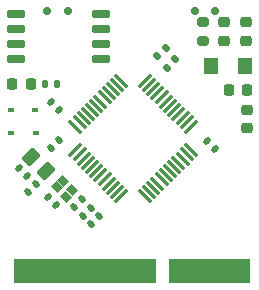
<source format=gbr>
G04 #@! TF.GenerationSoftware,KiCad,Pcbnew,(6.0.1)*
G04 #@! TF.CreationDate,2022-02-11T20:26:01+08:00*
G04 #@! TF.ProjectId,STM32_FOC_Board,53544d33-325f-4464-9f43-5f426f617264,rev?*
G04 #@! TF.SameCoordinates,Original*
G04 #@! TF.FileFunction,Soldermask,Top*
G04 #@! TF.FilePolarity,Negative*
%FSLAX46Y46*%
G04 Gerber Fmt 4.6, Leading zero omitted, Abs format (unit mm)*
G04 Created by KiCad (PCBNEW (6.0.1)) date 2022-02-11 20:26:01*
%MOMM*%
%LPD*%
G01*
G04 APERTURE LIST*
G04 Aperture macros list*
%AMRoundRect*
0 Rectangle with rounded corners*
0 $1 Rounding radius*
0 $2 $3 $4 $5 $6 $7 $8 $9 X,Y pos of 4 corners*
0 Add a 4 corners polygon primitive as box body*
4,1,4,$2,$3,$4,$5,$6,$7,$8,$9,$2,$3,0*
0 Add four circle primitives for the rounded corners*
1,1,$1+$1,$2,$3*
1,1,$1+$1,$4,$5*
1,1,$1+$1,$6,$7*
1,1,$1+$1,$8,$9*
0 Add four rect primitives between the rounded corners*
20,1,$1+$1,$2,$3,$4,$5,0*
20,1,$1+$1,$4,$5,$6,$7,0*
20,1,$1+$1,$6,$7,$8,$9,0*
20,1,$1+$1,$8,$9,$2,$3,0*%
G04 Aperture macros list end*
%ADD10C,0.100000*%
%ADD11RoundRect,0.218750X0.256250X-0.218750X0.256250X0.218750X-0.256250X0.218750X-0.256250X-0.218750X0*%
%ADD12RoundRect,0.140000X-0.219203X-0.021213X-0.021213X-0.219203X0.219203X0.021213X0.021213X0.219203X0*%
%ADD13RoundRect,0.225000X0.225000X0.250000X-0.225000X0.250000X-0.225000X-0.250000X0.225000X-0.250000X0*%
%ADD14RoundRect,0.140000X-0.021213X0.219203X-0.219203X0.021213X0.021213X-0.219203X0.219203X-0.021213X0*%
%ADD15RoundRect,0.218750X-0.256250X0.218750X-0.256250X-0.218750X0.256250X-0.218750X0.256250X0.218750X0*%
%ADD16RoundRect,0.135000X0.135000X0.185000X-0.135000X0.185000X-0.135000X-0.185000X0.135000X-0.185000X0*%
%ADD17RoundRect,0.050000X0.469660X-0.045821X-0.045821X0.469660X-0.469660X0.045821X0.045821X-0.469660X0*%
%ADD18R,0.600000X0.450000*%
%ADD19RoundRect,0.218750X-0.218750X-0.256250X0.218750X-0.256250X0.218750X0.256250X-0.218750X0.256250X0*%
%ADD20RoundRect,0.050800X-0.786692X-0.132901X-0.132901X-0.786692X0.786692X0.132901X0.132901X0.786692X0*%
%ADD21RoundRect,0.150000X-0.650000X-0.150000X0.650000X-0.150000X0.650000X0.150000X-0.650000X0.150000X0*%
%ADD22R,1.300000X1.400000*%
%ADD23RoundRect,0.135000X0.035355X-0.226274X0.226274X-0.035355X-0.035355X0.226274X-0.226274X0.035355X0*%
%ADD24RoundRect,0.075000X-0.415425X-0.521491X0.521491X0.415425X0.415425X0.521491X-0.521491X-0.415425X0*%
%ADD25RoundRect,0.075000X0.415425X-0.521491X0.521491X-0.415425X-0.415425X0.521491X-0.521491X0.415425X0*%
%ADD26RoundRect,0.140000X0.219203X0.021213X0.021213X0.219203X-0.219203X-0.021213X-0.021213X-0.219203X0*%
%ADD27RoundRect,0.225000X0.250000X-0.225000X0.250000X0.225000X-0.250000X0.225000X-0.250000X-0.225000X0*%
%ADD28RoundRect,0.200000X-0.275000X0.200000X-0.275000X-0.200000X0.275000X-0.200000X0.275000X0.200000X0*%
%ADD29C,0.701000*%
G04 APERTURE END LIST*
D10*
X125133200Y-77913000D02*
X137083200Y-77913000D01*
X137083200Y-77913000D02*
X137083200Y-75913000D01*
X137083200Y-75913000D02*
X125133200Y-75913000D01*
X125133200Y-75913000D02*
X125133200Y-77913000D01*
G36*
X137083200Y-77913000D02*
G01*
X125133200Y-77913000D01*
X125133200Y-75913000D01*
X137083200Y-75913000D01*
X137083200Y-77913000D01*
G37*
X137083200Y-77913000D02*
X125133200Y-77913000D01*
X125133200Y-75913000D01*
X137083200Y-75913000D01*
X137083200Y-77913000D01*
X138283200Y-77913000D02*
X144983200Y-77913000D01*
X144983200Y-77913000D02*
X144983200Y-75913000D01*
X144983200Y-75913000D02*
X138283200Y-75913000D01*
X138283200Y-75913000D02*
X138283200Y-77913000D01*
G36*
X144983200Y-77913000D02*
G01*
X138283200Y-77913000D01*
X138283200Y-75913000D01*
X144983200Y-75913000D01*
X144983200Y-77913000D01*
G37*
X144983200Y-77913000D02*
X138283200Y-77913000D01*
X138283200Y-75913000D01*
X144983200Y-75913000D01*
X144983200Y-77913000D01*
D11*
X144835400Y-64871700D03*
X144835400Y-63296700D03*
D12*
X141473389Y-65903789D03*
X142152211Y-66582611D03*
D13*
X144873800Y-61595000D03*
X143323800Y-61595000D03*
D14*
X130840000Y-70851200D03*
X130161178Y-71530022D03*
D15*
X142943100Y-55879900D03*
X142943100Y-57454900D03*
D16*
X128733800Y-61072200D03*
X127713800Y-61072200D03*
D17*
X130063951Y-70084763D03*
X129284437Y-69305249D03*
X128720449Y-69869237D03*
X129499963Y-70648751D03*
D14*
X126963011Y-69612189D03*
X126284189Y-70291011D03*
D18*
X126937000Y-63271400D03*
X124837000Y-63271400D03*
D14*
X132322411Y-72279189D03*
X131643589Y-72958011D03*
D19*
X124972500Y-61087000D03*
X126547500Y-61087000D03*
D20*
X126597143Y-67258143D03*
X127818457Y-68479457D03*
D18*
X126962400Y-65278000D03*
X124862400Y-65278000D03*
D21*
X125258800Y-55194200D03*
X125258800Y-56464200D03*
X125258800Y-57734200D03*
X125258800Y-59004200D03*
X132458800Y-59004200D03*
X132458800Y-57734200D03*
X132458800Y-56464200D03*
X132458800Y-55194200D03*
D22*
X141759800Y-59563000D03*
X144659800Y-59563000D03*
D23*
X138048576Y-59720424D03*
X138769824Y-58999176D03*
D24*
X130320924Y-66708588D03*
X130674478Y-67062142D03*
X131028031Y-67415695D03*
X131381585Y-67769249D03*
X131735138Y-68122802D03*
X132088691Y-68476355D03*
X132442245Y-68829909D03*
X132795798Y-69183462D03*
X133149351Y-69537015D03*
X133502905Y-69890569D03*
X133856458Y-70244122D03*
X134210012Y-70597676D03*
D25*
X136207588Y-70597676D03*
X136561142Y-70244122D03*
X136914695Y-69890569D03*
X137268249Y-69537015D03*
X137621802Y-69183462D03*
X137975355Y-68829909D03*
X138328909Y-68476355D03*
X138682462Y-68122802D03*
X139036015Y-67769249D03*
X139389569Y-67415695D03*
X139743122Y-67062142D03*
X140096676Y-66708588D03*
D24*
X140096676Y-64711012D03*
X139743122Y-64357458D03*
X139389569Y-64003905D03*
X139036015Y-63650351D03*
X138682462Y-63296798D03*
X138328909Y-62943245D03*
X137975355Y-62589691D03*
X137621802Y-62236138D03*
X137268249Y-61882585D03*
X136914695Y-61529031D03*
X136561142Y-61175478D03*
X136207588Y-60821924D03*
D25*
X134210012Y-60821924D03*
X133856458Y-61175478D03*
X133502905Y-61529031D03*
X133149351Y-61882585D03*
X132795798Y-62236138D03*
X132442245Y-62589691D03*
X132088691Y-62943245D03*
X131735138Y-63296798D03*
X131381585Y-63650351D03*
X131028031Y-64003905D03*
X130674478Y-64357458D03*
X130320924Y-64711012D03*
D14*
X128944211Y-65852989D03*
X128265389Y-66531811D03*
D26*
X128893411Y-63280611D03*
X128214589Y-62601789D03*
D23*
X137235776Y-58755224D03*
X137957024Y-58033976D03*
D27*
X144733800Y-57442400D03*
X144733800Y-55892400D03*
D12*
X128011389Y-70653589D03*
X128690211Y-71332411D03*
X125572989Y-68256778D03*
X126251811Y-68935600D03*
D14*
X131611211Y-71567989D03*
X130932389Y-72246811D03*
D28*
X141152400Y-55842400D03*
X141152400Y-57492400D03*
D29*
X127957097Y-54927500D03*
X129658897Y-54927500D03*
X140453897Y-54927500D03*
X142155697Y-54927500D03*
M02*

</source>
